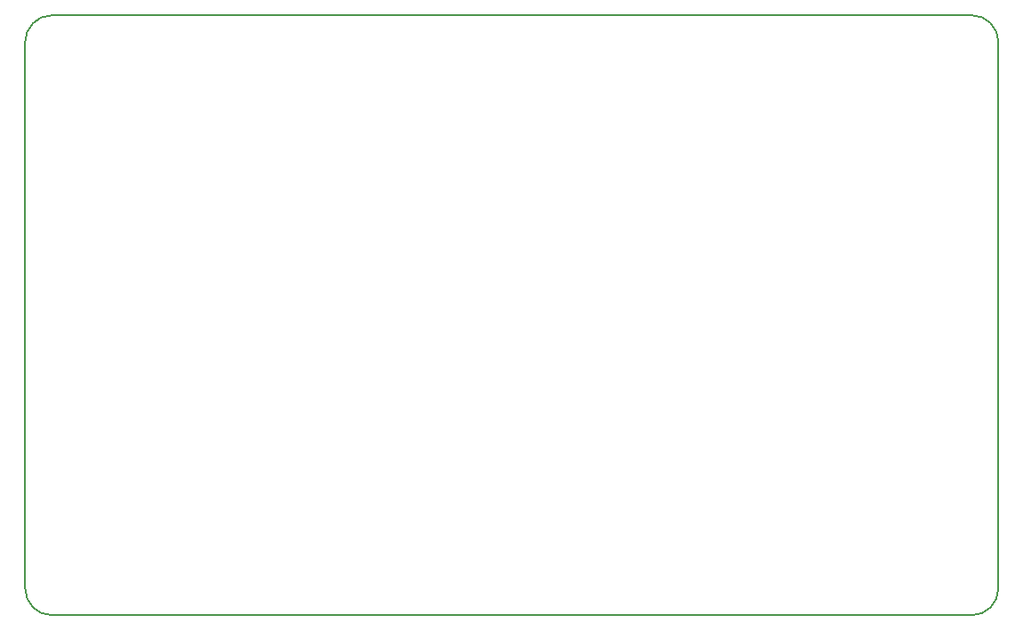
<source format=gbr>
G04 #@! TF.GenerationSoftware,KiCad,Pcbnew,(5.0.1)-4*
G04 #@! TF.CreationDate,2019-03-08T22:50:32+01:00*
G04 #@! TF.ProjectId,PSU - Filter,505355202D2046696C7465722E6B6963,rev?*
G04 #@! TF.SameCoordinates,Original*
G04 #@! TF.FileFunction,Profile,NP*
%FSLAX46Y46*%
G04 Gerber Fmt 4.6, Leading zero omitted, Abs format (unit mm)*
G04 Created by KiCad (PCBNEW (5.0.1)-4) date 3/8/2019 10:50:32 PM*
%MOMM*%
%LPD*%
G01*
G04 APERTURE LIST*
%ADD10C,0.150000*%
G04 APERTURE END LIST*
D10*
X156210000Y-113030000D02*
X156210000Y-60960000D01*
X156210000Y-113030000D02*
G75*
G02X153670000Y-115570000I-2540000J0D01*
G01*
X153670000Y-58420000D02*
G75*
G02X156210000Y-60960000I0J-2540000D01*
G01*
X63500000Y-60960000D02*
X63500000Y-113030000D01*
X153670000Y-58420000D02*
X66040000Y-58420000D01*
X63500000Y-60960000D02*
G75*
G02X66040000Y-58420000I2540000J0D01*
G01*
X66040000Y-115570000D02*
G75*
G02X63500000Y-113030000I0J2540000D01*
G01*
X153670000Y-115570000D02*
X66040000Y-115570000D01*
M02*

</source>
